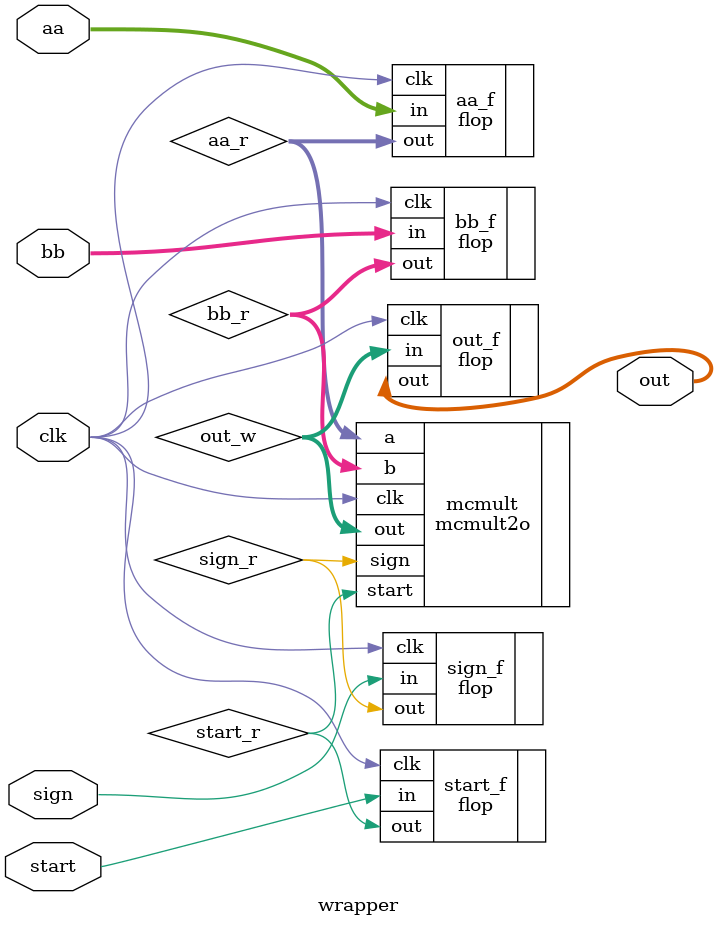
<source format=v>

module wrapper(clk, start, sign, aa, bb, out);

	parameter n = 8;
	parameter m = 8;
	parameter pipes = 0;
	parameter initiationInterval = 4;
	parameter mult = 0;
	input clk, start;

	input sign;
	input [n-1:0] aa;
	input [m-1:0] bb;
	output [m+n-1:0] out;

	wire [n-1:0] aa_r;
	wire [m-1:0] bb_r;
	wire start_r;
	wire sign_r;
	wire [m+n-1:0] out_w;

	mcmult2o #(n, m, pipes, initiationInterval, mult) mcmult(.clk(clk), .start(start_r), .sign(sign_r), .a(aa_r), .b(bb_r), .out(out_w) );

	flop #(1) start_f (.in(start), .clk(clk), .out(start_r));
	flop #(1) sign_f (.in(sign), .clk(clk), .out(sign_r));
	flop #(n) aa_f (.in(aa), .clk(clk), .out(aa_r));
	flop #(m) bb_f (.in(bb), .clk(clk), .out(bb_r));
	flop #(m+n) out_f (.in(out_w), .clk(clk), .out(out));

endmodule



</source>
